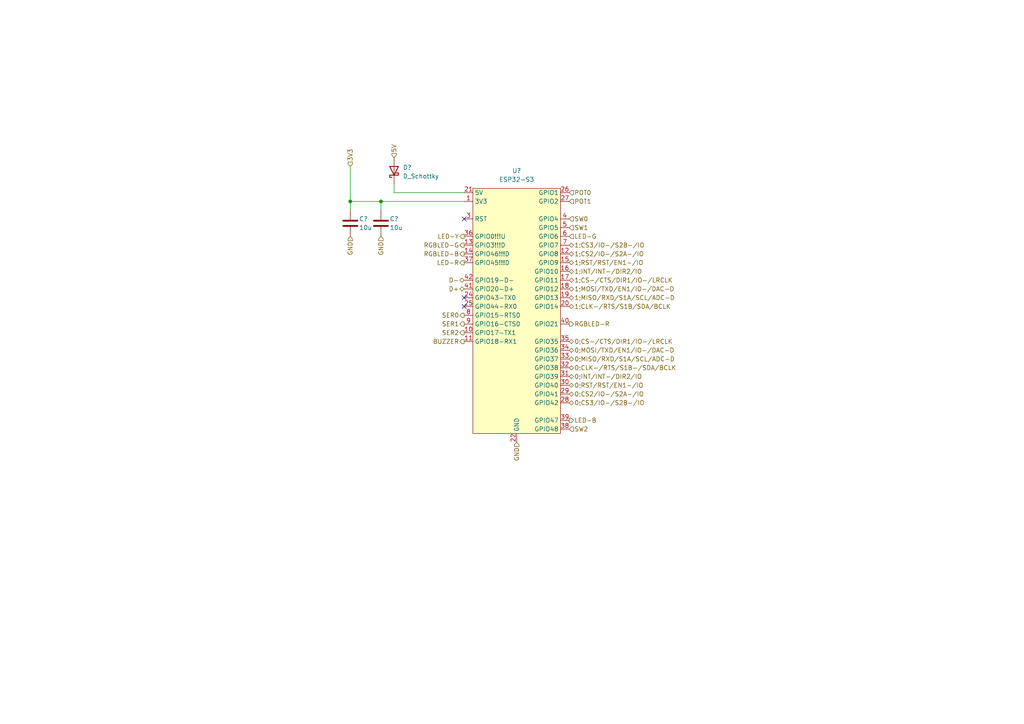
<source format=kicad_sch>
(kicad_sch (version 20211123) (generator eeschema)

  (uuid 2eadb493-0a88-4ebe-af14-0d18337882ba)

  (paper "A4")

  (lib_symbols
    (symbol "Device:C" (pin_numbers hide) (pin_names (offset 0.254)) (in_bom yes) (on_board yes)
      (property "Reference" "C" (id 0) (at 0.635 2.54 0)
        (effects (font (size 1.27 1.27)) (justify left))
      )
      (property "Value" "C" (id 1) (at 0.635 -2.54 0)
        (effects (font (size 1.27 1.27)) (justify left))
      )
      (property "Footprint" "" (id 2) (at 0.9652 -3.81 0)
        (effects (font (size 1.27 1.27)) hide)
      )
      (property "Datasheet" "~" (id 3) (at 0 0 0)
        (effects (font (size 1.27 1.27)) hide)
      )
      (property "ki_keywords" "cap capacitor" (id 4) (at 0 0 0)
        (effects (font (size 1.27 1.27)) hide)
      )
      (property "ki_description" "Unpolarized capacitor" (id 5) (at 0 0 0)
        (effects (font (size 1.27 1.27)) hide)
      )
      (property "ki_fp_filters" "C_*" (id 6) (at 0 0 0)
        (effects (font (size 1.27 1.27)) hide)
      )
      (symbol "C_0_1"
        (polyline
          (pts
            (xy -2.032 -0.762)
            (xy 2.032 -0.762)
          )
          (stroke (width 0.508) (type default) (color 0 0 0 0))
          (fill (type none))
        )
        (polyline
          (pts
            (xy -2.032 0.762)
            (xy 2.032 0.762)
          )
          (stroke (width 0.508) (type default) (color 0 0 0 0))
          (fill (type none))
        )
      )
      (symbol "C_1_1"
        (pin passive line (at 0 3.81 270) (length 2.794)
          (name "~" (effects (font (size 1.27 1.27))))
          (number "1" (effects (font (size 1.27 1.27))))
        )
        (pin passive line (at 0 -3.81 90) (length 2.794)
          (name "~" (effects (font (size 1.27 1.27))))
          (number "2" (effects (font (size 1.27 1.27))))
        )
      )
    )
    (symbol "Device:D_Schottky" (pin_numbers hide) (pin_names (offset 1.016) hide) (in_bom yes) (on_board yes)
      (property "Reference" "D" (id 0) (at 0 2.54 0)
        (effects (font (size 1.27 1.27)))
      )
      (property "Value" "D_Schottky" (id 1) (at 0 -2.54 0)
        (effects (font (size 1.27 1.27)))
      )
      (property "Footprint" "" (id 2) (at 0 0 0)
        (effects (font (size 1.27 1.27)) hide)
      )
      (property "Datasheet" "~" (id 3) (at 0 0 0)
        (effects (font (size 1.27 1.27)) hide)
      )
      (property "ki_keywords" "diode Schottky" (id 4) (at 0 0 0)
        (effects (font (size 1.27 1.27)) hide)
      )
      (property "ki_description" "Schottky diode" (id 5) (at 0 0 0)
        (effects (font (size 1.27 1.27)) hide)
      )
      (property "ki_fp_filters" "TO-???* *_Diode_* *SingleDiode* D_*" (id 6) (at 0 0 0)
        (effects (font (size 1.27 1.27)) hide)
      )
      (symbol "D_Schottky_0_1"
        (polyline
          (pts
            (xy 1.27 0)
            (xy -1.27 0)
          )
          (stroke (width 0) (type default) (color 0 0 0 0))
          (fill (type none))
        )
        (polyline
          (pts
            (xy 1.27 1.27)
            (xy 1.27 -1.27)
            (xy -1.27 0)
            (xy 1.27 1.27)
          )
          (stroke (width 0.254) (type default) (color 0 0 0 0))
          (fill (type none))
        )
        (polyline
          (pts
            (xy -1.905 0.635)
            (xy -1.905 1.27)
            (xy -1.27 1.27)
            (xy -1.27 -1.27)
            (xy -0.635 -1.27)
            (xy -0.635 -0.635)
          )
          (stroke (width 0.254) (type default) (color 0 0 0 0))
          (fill (type none))
        )
      )
      (symbol "D_Schottky_1_1"
        (pin passive line (at -3.81 0 0) (length 2.54)
          (name "K" (effects (font (size 1.27 1.27))))
          (number "1" (effects (font (size 1.27 1.27))))
        )
        (pin passive line (at 3.81 0 180) (length 2.54)
          (name "A" (effects (font (size 1.27 1.27))))
          (number "2" (effects (font (size 1.27 1.27))))
        )
      )
    )
    (symbol "Robotarna_KiCad_Library:ESP32-S3" (in_bom yes) (on_board yes)
      (property "Reference" "U" (id 0) (at 0 5.08 0)
        (effects (font (size 1.27 1.27)))
      )
      (property "Value" "ESP32-S3" (id 1) (at 0 2.54 0)
        (effects (font (size 1.27 1.27)))
      )
      (property "Footprint" "Robotarna_KiCad_Library:ESP32-devkit_v1" (id 2) (at 0 10.16 0)
        (effects (font (size 1.27 1.27)) hide)
      )
      (property "Datasheet" "https://media.digikey.com/pdf/Data%20Sheets/~No%20Display/Espressif%20PDFs/ESP32-S3-DevKitC-1.pdf" (id 3) (at 0 7.62 0)
        (effects (font (size 1.27 1.27)) hide)
      )
      (symbol "ESP32-S3_0_1"
        (rectangle (start -12.7 1.27) (end 12.7 -69.85)
          (stroke (width 0) (type default) (color 0 0 0 0))
          (fill (type background))
        )
      )
      (symbol "ESP32-S3_1_1"
        (pin power_in line (at -15.24 -2.54 0) (length 2.54)
          (name "3V3" (effects (font (size 1.27 1.27))))
          (number "1" (effects (font (size 1.27 1.27))))
        )
        (pin bidirectional line (at -15.24 -40.64 0) (length 2.54)
          (name "GPIO17-TX1" (effects (font (size 1.27 1.27))))
          (number "10" (effects (font (size 1.27 1.27))))
        )
        (pin bidirectional line (at -15.24 -43.18 0) (length 2.54)
          (name "GPIO18-RX1" (effects (font (size 1.27 1.27))))
          (number "11" (effects (font (size 1.27 1.27))))
        )
        (pin bidirectional line (at 15.24 -17.78 180) (length 2.54)
          (name "GPIO8" (effects (font (size 1.27 1.27))))
          (number "12" (effects (font (size 1.27 1.27))))
        )
        (pin bidirectional line (at -15.24 -15.24 0) (length 2.54)
          (name "GPIO3!!!D" (effects (font (size 1.27 1.27))))
          (number "13" (effects (font (size 1.27 1.27))))
        )
        (pin bidirectional line (at -15.24 -17.78 0) (length 2.54)
          (name "GPIO46!!!D" (effects (font (size 1.27 1.27))))
          (number "14" (effects (font (size 1.27 1.27))))
        )
        (pin bidirectional line (at 15.24 -20.32 180) (length 2.54)
          (name "GPIO9" (effects (font (size 1.27 1.27))))
          (number "15" (effects (font (size 1.27 1.27))))
        )
        (pin bidirectional line (at 15.24 -22.86 180) (length 2.54)
          (name "GPIO10" (effects (font (size 1.27 1.27))))
          (number "16" (effects (font (size 1.27 1.27))))
        )
        (pin bidirectional line (at 15.24 -25.4 180) (length 2.54)
          (name "GPIO11" (effects (font (size 1.27 1.27))))
          (number "17" (effects (font (size 1.27 1.27))))
        )
        (pin bidirectional line (at 15.24 -27.94 180) (length 2.54)
          (name "GPIO12" (effects (font (size 1.27 1.27))))
          (number "18" (effects (font (size 1.27 1.27))))
        )
        (pin bidirectional line (at 15.24 -30.48 180) (length 2.54)
          (name "GPIO13" (effects (font (size 1.27 1.27))))
          (number "19" (effects (font (size 1.27 1.27))))
        )
        (pin bidirectional line (at 15.24 -33.02 180) (length 2.54)
          (name "GPIO14" (effects (font (size 1.27 1.27))))
          (number "20" (effects (font (size 1.27 1.27))))
        )
        (pin power_in line (at -15.24 0 0) (length 2.54)
          (name "5V" (effects (font (size 1.27 1.27))))
          (number "21" (effects (font (size 1.27 1.27))))
        )
        (pin bidirectional line (at 0 -72.39 90) (length 2.54)
          (name "GND" (effects (font (size 1.27 1.27))))
          (number "22" (effects (font (size 1.27 1.27))))
        )
        (pin bidirectional line (at -15.24 -30.48 0) (length 2.54)
          (name "GPIO43-TX0" (effects (font (size 1.27 1.27))))
          (number "24" (effects (font (size 1.27 1.27))))
        )
        (pin bidirectional line (at -15.24 -33.02 0) (length 2.54)
          (name "GPIO44-RX0" (effects (font (size 1.27 1.27))))
          (number "25" (effects (font (size 1.27 1.27))))
        )
        (pin bidirectional line (at 15.24 0 180) (length 2.54)
          (name "GPIO1" (effects (font (size 1.27 1.27))))
          (number "26" (effects (font (size 1.27 1.27))))
        )
        (pin bidirectional line (at 15.24 -2.54 180) (length 2.54)
          (name "GPIO2" (effects (font (size 1.27 1.27))))
          (number "27" (effects (font (size 1.27 1.27))))
        )
        (pin bidirectional line (at 15.24 -60.96 180) (length 2.54)
          (name "GPIO42" (effects (font (size 1.27 1.27))))
          (number "28" (effects (font (size 1.27 1.27))))
        )
        (pin bidirectional line (at 15.24 -58.42 180) (length 2.54)
          (name "GPIO41" (effects (font (size 1.27 1.27))))
          (number "29" (effects (font (size 1.27 1.27))))
        )
        (pin input line (at -15.24 -7.62 0) (length 2.54)
          (name "RST" (effects (font (size 1.27 1.27))))
          (number "3" (effects (font (size 1.27 1.27))))
        )
        (pin bidirectional line (at 15.24 -55.88 180) (length 2.54)
          (name "GPIO40" (effects (font (size 1.27 1.27))))
          (number "30" (effects (font (size 1.27 1.27))))
        )
        (pin bidirectional line (at 15.24 -53.34 180) (length 2.54)
          (name "GPIO39" (effects (font (size 1.27 1.27))))
          (number "31" (effects (font (size 1.27 1.27))))
        )
        (pin bidirectional line (at 15.24 -50.8 180) (length 2.54)
          (name "GPIO38" (effects (font (size 1.27 1.27))))
          (number "32" (effects (font (size 1.27 1.27))))
        )
        (pin bidirectional line (at 15.24 -48.26 180) (length 2.54)
          (name "GPIO37" (effects (font (size 1.27 1.27))))
          (number "33" (effects (font (size 1.27 1.27))))
        )
        (pin bidirectional line (at 15.24 -45.72 180) (length 2.54)
          (name "GPIO36" (effects (font (size 1.27 1.27))))
          (number "34" (effects (font (size 1.27 1.27))))
        )
        (pin bidirectional line (at 15.24 -43.18 180) (length 2.54)
          (name "GPIO35" (effects (font (size 1.27 1.27))))
          (number "35" (effects (font (size 1.27 1.27))))
        )
        (pin bidirectional line (at -15.24 -12.7 0) (length 2.54)
          (name "GPIO0!!!U" (effects (font (size 1.27 1.27))))
          (number "36" (effects (font (size 1.27 1.27))))
        )
        (pin bidirectional line (at -15.24 -20.32 0) (length 2.54)
          (name "GPIO45!!!D" (effects (font (size 1.27 1.27))))
          (number "37" (effects (font (size 1.27 1.27))))
        )
        (pin bidirectional line (at 15.24 -68.58 180) (length 2.54)
          (name "GPIO48" (effects (font (size 1.27 1.27))))
          (number "38" (effects (font (size 1.27 1.27))))
        )
        (pin bidirectional line (at 15.24 -66.04 180) (length 2.54)
          (name "GPIO47" (effects (font (size 1.27 1.27))))
          (number "39" (effects (font (size 1.27 1.27))))
        )
        (pin bidirectional line (at 15.24 -7.62 180) (length 2.54)
          (name "GPIO4" (effects (font (size 1.27 1.27))))
          (number "4" (effects (font (size 1.27 1.27))))
        )
        (pin bidirectional line (at 15.24 -38.1 180) (length 2.54)
          (name "GPIO21" (effects (font (size 1.27 1.27))))
          (number "40" (effects (font (size 1.27 1.27))))
        )
        (pin bidirectional line (at -15.24 -27.94 0) (length 2.54)
          (name "GPIO20-D+" (effects (font (size 1.27 1.27))))
          (number "41" (effects (font (size 1.27 1.27))))
        )
        (pin bidirectional line (at -15.24 -25.4 0) (length 2.54)
          (name "GPIO19-D-" (effects (font (size 1.27 1.27))))
          (number "42" (effects (font (size 1.27 1.27))))
        )
        (pin bidirectional line (at 15.24 -10.16 180) (length 2.54)
          (name "GPIO5" (effects (font (size 1.27 1.27))))
          (number "5" (effects (font (size 1.27 1.27))))
        )
        (pin bidirectional line (at 15.24 -12.7 180) (length 2.54)
          (name "GPIO6" (effects (font (size 1.27 1.27))))
          (number "6" (effects (font (size 1.27 1.27))))
        )
        (pin bidirectional line (at 15.24 -15.24 180) (length 2.54)
          (name "GPIO7" (effects (font (size 1.27 1.27))))
          (number "7" (effects (font (size 1.27 1.27))))
        )
        (pin bidirectional line (at -15.24 -35.56 0) (length 2.54)
          (name "GPIO15-RTS0" (effects (font (size 1.27 1.27))))
          (number "8" (effects (font (size 1.27 1.27))))
        )
        (pin bidirectional line (at -15.24 -38.1 0) (length 2.54)
          (name "GPIO16-CTS0" (effects (font (size 1.27 1.27))))
          (number "9" (effects (font (size 1.27 1.27))))
        )
      )
    )
  )

  (junction (at 101.6 58.42) (diameter 0) (color 0 0 0 0)
    (uuid b5893ecb-74f0-47fc-aecd-28397fe0206e)
  )
  (junction (at 110.49 58.42) (diameter 0) (color 0 0 0 0)
    (uuid f2364a22-2b4c-4517-9f85-95f37153db29)
  )

  (no_connect (at 134.62 63.5) (uuid ae6e2526-8b5a-4594-bdb6-da89834355ac))
  (no_connect (at 134.62 88.9) (uuid e0c98c35-d32b-4a16-9c3b-92affb372738))
  (no_connect (at 134.62 86.36) (uuid ee8ae1ce-04cf-4447-a905-eb011b4e34d4))

  (wire (pts (xy 134.62 55.88) (xy 114.3 55.88))
    (stroke (width 0) (type default) (color 0 0 0 0))
    (uuid 264ec3cf-012c-4f40-a9f6-f976e02668ce)
  )
  (wire (pts (xy 110.49 58.42) (xy 110.49 60.96))
    (stroke (width 0) (type default) (color 0 0 0 0))
    (uuid 3fddbdfb-6a77-4f9e-b2a1-808e91a68e08)
  )
  (wire (pts (xy 101.6 48.26) (xy 101.6 58.42))
    (stroke (width 0) (type default) (color 0 0 0 0))
    (uuid 618a95c2-6f85-421c-9fe4-d0480bd72059)
  )
  (wire (pts (xy 114.3 55.88) (xy 114.3 53.34))
    (stroke (width 0) (type default) (color 0 0 0 0))
    (uuid 777bbd6c-eac7-4028-a4cc-c43cac00ba94)
  )
  (wire (pts (xy 101.6 58.42) (xy 101.6 60.96))
    (stroke (width 0) (type default) (color 0 0 0 0))
    (uuid 9d1e2635-0ca0-4edc-8712-90c30f8f2182)
  )
  (wire (pts (xy 110.49 58.42) (xy 101.6 58.42))
    (stroke (width 0) (type default) (color 0 0 0 0))
    (uuid a96c1e1d-4324-40a6-b4d2-a586cd836412)
  )
  (wire (pts (xy 134.62 58.42) (xy 110.49 58.42))
    (stroke (width 0) (type default) (color 0 0 0 0))
    (uuid df51ec81-6dba-4eac-b1b5-d6013e16e284)
  )

  (hierarchical_label "RGBLED-B" (shape output) (at 134.62 73.66 180)
    (effects (font (size 1.27 1.27)) (justify right))
    (uuid 011a30da-a7c1-4d3c-b396-8c64fdc21ce1)
  )
  (hierarchical_label "0;CS3{slash}IO-{slash}S2B-{slash}IO" (shape bidirectional) (at 165.1 116.84 0)
    (effects (font (size 1.27 1.27)) (justify left))
    (uuid 046f6e7f-98f2-4f39-a855-b9d4e403271c)
  )
  (hierarchical_label "1;CLK-{slash}RTS{slash}S1B{slash}SDA{slash}BCLK" (shape bidirectional) (at 165.1 88.9 0)
    (effects (font (size 1.27 1.27)) (justify left))
    (uuid 0a0cf203-4542-44c4-a34f-42d7b04f472a)
  )
  (hierarchical_label "BUZZER" (shape output) (at 134.62 99.06 180)
    (effects (font (size 1.27 1.27)) (justify right))
    (uuid 0b57b6ba-dca5-4602-bae6-70bb0d9008e0)
  )
  (hierarchical_label "SW2" (shape input) (at 165.1 124.46 0)
    (effects (font (size 1.27 1.27)) (justify left))
    (uuid 0d49a090-f605-4fb3-bac9-48718cd221a1)
  )
  (hierarchical_label "LED-B" (shape output) (at 165.1 121.92 0)
    (effects (font (size 1.27 1.27)) (justify left))
    (uuid 0d559ac0-4537-4147-b85b-2022435c5a62)
  )
  (hierarchical_label "1;RST{slash}RST{slash}EN1-{slash}IO" (shape bidirectional) (at 165.1 76.2 0)
    (effects (font (size 1.27 1.27)) (justify left))
    (uuid 135dac84-eaeb-4e9d-ade5-5cf17d290af1)
  )
  (hierarchical_label "LED-R" (shape output) (at 134.62 76.2 180)
    (effects (font (size 1.27 1.27)) (justify right))
    (uuid 14eb43b4-c9f5-4a18-905b-1379eb46c8fc)
  )
  (hierarchical_label "0;CS-{slash}CTS{slash}DIR1{slash}IO-{slash}LRCLK" (shape bidirectional) (at 165.1 99.06 0)
    (effects (font (size 1.27 1.27)) (justify left))
    (uuid 20b09801-d6cc-45a2-a201-55568f7f9581)
  )
  (hierarchical_label "RGBLED-R" (shape output) (at 165.1 93.98 0)
    (effects (font (size 1.27 1.27)) (justify left))
    (uuid 2258047e-b66f-4e05-b81e-2429db453a54)
  )
  (hierarchical_label "RGBLED-G" (shape output) (at 134.62 71.12 180)
    (effects (font (size 1.27 1.27)) (justify right))
    (uuid 27348f2c-3b21-4319-ac44-5a20a6ce8916)
  )
  (hierarchical_label "0;RST{slash}RST{slash}EN1-{slash}IO" (shape bidirectional) (at 165.1 111.76 0)
    (effects (font (size 1.27 1.27)) (justify left))
    (uuid 2862cd8d-64d0-4e56-badb-1898f59d9dcb)
  )
  (hierarchical_label "3V3" (shape input) (at 101.6 48.26 90)
    (effects (font (size 1.27 1.27)) (justify left))
    (uuid 2a90fa6a-8dc1-4357-85be-075a2eef6565)
  )
  (hierarchical_label "D+" (shape bidirectional) (at 134.62 83.82 180)
    (effects (font (size 1.27 1.27)) (justify right))
    (uuid 2fd23ced-656a-406d-b7eb-46c64566e7ed)
  )
  (hierarchical_label "D-" (shape bidirectional) (at 134.62 81.28 180)
    (effects (font (size 1.27 1.27)) (justify right))
    (uuid 35466747-40d5-46cc-98d0-8790702e02fe)
  )
  (hierarchical_label "GND" (shape input) (at 110.49 68.58 270)
    (effects (font (size 1.27 1.27)) (justify right))
    (uuid 40268ccd-9527-4912-9a05-b83b1797c106)
  )
  (hierarchical_label "1;INT{slash}INT-{slash}DIR2{slash}IO" (shape bidirectional) (at 165.1 78.74 0)
    (effects (font (size 1.27 1.27)) (justify left))
    (uuid 461bd7de-751d-422f-b87d-3a3fb255d6cb)
  )
  (hierarchical_label "1;CS-{slash}CTS{slash}DIR1{slash}IO-{slash}LRCLK" (shape bidirectional) (at 165.1 81.28 0)
    (effects (font (size 1.27 1.27)) (justify left))
    (uuid 4f5bc5f6-fe9d-40e8-bd77-8efd83576222)
  )
  (hierarchical_label "5V" (shape input) (at 114.3 45.72 90)
    (effects (font (size 1.27 1.27)) (justify left))
    (uuid 57014ca1-27fd-4ceb-8784-a4f967696a81)
  )
  (hierarchical_label "LED-Y" (shape output) (at 134.62 68.58 180)
    (effects (font (size 1.27 1.27)) (justify right))
    (uuid 5ffcb9b8-7f17-43eb-9b1b-f70ef7f59ec2)
  )
  (hierarchical_label "SW0" (shape input) (at 165.1 63.5 0)
    (effects (font (size 1.27 1.27)) (justify left))
    (uuid 6cb3ab8a-b9f1-4245-ae86-8ee43e51adc5)
  )
  (hierarchical_label "0;CLK-{slash}RTS{slash}S1B-{slash}SDA{slash}BCLK" (shape bidirectional) (at 165.1 106.68 0)
    (effects (font (size 1.27 1.27)) (justify left))
    (uuid 7934ced5-2d5f-4d71-84aa-bab2a01c8a11)
  )
  (hierarchical_label "1;CS2{slash}IO-{slash}S2A-{slash}IO" (shape bidirectional) (at 165.1 73.66 0)
    (effects (font (size 1.27 1.27)) (justify left))
    (uuid 842ef93e-a345-44db-9efe-f44c0907314b)
  )
  (hierarchical_label "0;MISO{slash}RXD{slash}S1A{slash}SCL{slash}ADC-D" (shape bidirectional) (at 165.1 104.14 0)
    (effects (font (size 1.27 1.27)) (justify left))
    (uuid 98b9b5a9-aa5f-4bcb-bfb6-f303239603f4)
  )
  (hierarchical_label "SW1" (shape input) (at 165.1 66.04 0)
    (effects (font (size 1.27 1.27)) (justify left))
    (uuid 9d2bd321-ad31-41f3-9679-e808b5ae306c)
  )
  (hierarchical_label "SER2" (shape output) (at 134.62 96.52 180)
    (effects (font (size 1.27 1.27)) (justify right))
    (uuid 9ed6d1c6-6258-4e5b-9d0b-d1f448304e89)
  )
  (hierarchical_label "SER0" (shape output) (at 134.62 91.44 180)
    (effects (font (size 1.27 1.27)) (justify right))
    (uuid a39e08ca-10e2-4fe8-a8b1-c6f259874be8)
  )
  (hierarchical_label "1;CS3{slash}IO-{slash}S2B-{slash}IO" (shape bidirectional) (at 165.1 71.12 0)
    (effects (font (size 1.27 1.27)) (justify left))
    (uuid b16fb15d-9ab7-4951-90a3-3de2597644b0)
  )
  (hierarchical_label "0;CS2{slash}IO-{slash}S2A-{slash}IO" (shape bidirectional) (at 165.1 114.3 0)
    (effects (font (size 1.27 1.27)) (justify left))
    (uuid b5e1b18e-9d0d-4461-ab0a-b3dab5eaf13a)
  )
  (hierarchical_label "GND" (shape input) (at 101.6 68.58 270)
    (effects (font (size 1.27 1.27)) (justify right))
    (uuid bd56ec59-076a-43f6-95fe-c4e61485da89)
  )
  (hierarchical_label "LED-G" (shape input) (at 165.1 68.58 0)
    (effects (font (size 1.27 1.27)) (justify left))
    (uuid c6369e04-596b-40e9-ae10-f898ae8195ba)
  )
  (hierarchical_label "1;MISO{slash}RXD{slash}S1A{slash}SCL{slash}ADC-D" (shape bidirectional) (at 165.1 86.36 0)
    (effects (font (size 1.27 1.27)) (justify left))
    (uuid c7d420d6-6615-4861-a805-adbee32e282d)
  )
  (hierarchical_label "1;MOSI{slash}TXD{slash}EN1{slash}IO-{slash}DAC-D" (shape bidirectional) (at 165.1 83.82 0)
    (effects (font (size 1.27 1.27)) (justify left))
    (uuid dd1e6d9f-1303-4aad-b295-0aa34adeec31)
  )
  (hierarchical_label "0;INT{slash}INT-{slash}DIR2{slash}IO" (shape bidirectional) (at 165.1 109.22 0)
    (effects (font (size 1.27 1.27)) (justify left))
    (uuid eaefaddb-ff91-477b-bcff-62df3a20d70d)
  )
  (hierarchical_label "POT0" (shape input) (at 165.1 55.88 0)
    (effects (font (size 1.27 1.27)) (justify left))
    (uuid eb154483-8c4c-4be6-a70b-c154e0a2e1f4)
  )
  (hierarchical_label "GND" (shape input) (at 149.86 128.27 270)
    (effects (font (size 1.27 1.27)) (justify right))
    (uuid ec06ea99-3872-498a-837c-55a1e4cec969)
  )
  (hierarchical_label "POT1" (shape input) (at 165.1 58.42 0)
    (effects (font (size 1.27 1.27)) (justify left))
    (uuid f187ed79-ec3b-4c8d-b421-6597092644e8)
  )
  (hierarchical_label "0;MOSI{slash}TXD{slash}EN1{slash}IO-{slash}DAC-D" (shape bidirectional) (at 165.1 101.6 0)
    (effects (font (size 1.27 1.27)) (justify left))
    (uuid f9ae9ff4-139f-42d2-a2d2-8b7e090e6b99)
  )
  (hierarchical_label "SER1" (shape output) (at 134.62 93.98 180)
    (effects (font (size 1.27 1.27)) (justify right))
    (uuid fb67f158-fcfb-4661-8f30-0a451aad3969)
  )

  (symbol (lib_id "Device:D_Schottky") (at 114.3 49.53 90) (unit 1)
    (in_bom yes) (on_board yes) (fields_autoplaced)
    (uuid 9ab546ec-a9a2-4f67-88f9-153431d71b6f)
    (property "Reference" "D?" (id 0) (at 116.84 48.5774 90)
      (effects (font (size 1.27 1.27)) (justify right))
    )
    (property "Value" "D_Schottky" (id 1) (at 116.84 51.1174 90)
      (effects (font (size 1.27 1.27)) (justify right))
    )
    (property "Footprint" "" (id 2) (at 114.3 49.53 0)
      (effects (font (size 1.27 1.27)) hide)
    )
    (property "Datasheet" "~" (id 3) (at 114.3 49.53 0)
      (effects (font (size 1.27 1.27)) hide)
    )
    (property "LCSC" "C22452" (id 4) (at 114.3 49.53 90)
      (effects (font (size 1.27 1.27)) hide)
    )
    (pin "1" (uuid 268c20ca-6869-4472-9bd0-85928ad86cca))
    (pin "2" (uuid 68723e82-fb0f-4705-be32-294fb93a3bd3))
  )

  (symbol (lib_id "Device:C") (at 101.6 64.77 0) (unit 1)
    (in_bom yes) (on_board yes)
    (uuid a628ddc9-3586-43c1-9b83-e42c014ac267)
    (property "Reference" "C?" (id 0) (at 104.14 63.5 0)
      (effects (font (size 1.27 1.27)) (justify left))
    )
    (property "Value" "10u" (id 1) (at 104.14 66.04 0)
      (effects (font (size 1.27 1.27)) (justify left))
    )
    (property "Footprint" "Capacitor_SMD:C_0603_1608Metric" (id 2) (at 102.5652 68.58 0)
      (effects (font (size 1.27 1.27)) hide)
    )
    (property "Datasheet" "~" (id 3) (at 101.6 64.77 0)
      (effects (font (size 1.27 1.27)) hide)
    )
    (property "LCSC" "C96446" (id 4) (at 101.6 64.77 0)
      (effects (font (size 1.27 1.27)) hide)
    )
    (pin "1" (uuid 026b2393-1cc4-4995-a2a3-3e1e97340ccc))
    (pin "2" (uuid 62e04ef5-90ee-4a60-bfa7-4e49215b6d0e))
  )

  (symbol (lib_id "Robotarna_KiCad_Library:ESP32-S3") (at 149.86 55.88 0) (unit 1)
    (in_bom yes) (on_board yes) (fields_autoplaced)
    (uuid bf5d82d4-e616-4f5f-8b7e-c9e91e729b92)
    (property "Reference" "U?" (id 0) (at 149.86 49.53 0))
    (property "Value" "ESP32-S3" (id 1) (at 149.86 52.07 0))
    (property "Footprint" "Robotarna_KiCad_Library:ESP32-devkit_v1" (id 2) (at 149.86 45.72 0)
      (effects (font (size 1.27 1.27)) hide)
    )
    (property "Datasheet" "https://media.digikey.com/pdf/Data%20Sheets/~No%20Display/Espressif%20PDFs/ESP32-S3-DevKitC-1.pdf" (id 3) (at 149.86 48.26 0)
      (effects (font (size 1.27 1.27)) hide)
    )
    (pin "1" (uuid 5eb575b3-0091-4b85-86cd-5a17c94a0fc6))
    (pin "10" (uuid 70185320-92eb-4090-8f33-d2c5d6cab28e))
    (pin "11" (uuid af6ff75e-7842-49b0-ab18-8d0ab1ac51b9))
    (pin "12" (uuid fceb3804-d6a2-4be3-beaa-dc51be37e976))
    (pin "13" (uuid 08f6565d-6c18-46a0-84da-7e769a0b3db3))
    (pin "14" (uuid f7003617-1793-4a5c-aca4-694d47abcab8))
    (pin "15" (uuid 2946cdde-e22a-4308-ad2e-3fb0cd88c8c2))
    (pin "16" (uuid 0de9a20e-78f2-4b20-8457-87ad6b895571))
    (pin "17" (uuid 09162cf7-ab25-46ab-b4f8-cefff6327357))
    (pin "18" (uuid b367ea15-3f7a-4753-ba36-c1d0697f9e91))
    (pin "19" (uuid 352a3bdc-4593-4424-b347-1aeb4753fbdc))
    (pin "20" (uuid b891cede-5a36-43a2-9724-a60ca3e4aef3))
    (pin "21" (uuid 2b716098-a9d1-49dd-9c45-fcf87358292f))
    (pin "22" (uuid de5697e1-5e8f-4f07-9187-3d905bd181ba))
    (pin "24" (uuid fad2a613-8964-479c-92a8-366260b0d593))
    (pin "25" (uuid 2593112c-f60c-4321-9289-526598c699d7))
    (pin "26" (uuid fdfe3356-097e-43de-acbc-3d8e7d92c443))
    (pin "27" (uuid 52c1dd5f-3d8b-4fbd-94ad-c08aafc30b21))
    (pin "28" (uuid 3efdaca3-8f03-4cbe-8f06-3d2b44995f35))
    (pin "29" (uuid f030606d-4ff4-4c0d-bb44-ccc0e6bf0d05))
    (pin "3" (uuid c3fa72ad-8cd1-4066-b519-3146705c6a23))
    (pin "30" (uuid 6a7b5dda-9575-4cc5-9395-96e17290c549))
    (pin "31" (uuid 998916a0-d0cb-4e73-9c18-713bfbe19dcb))
    (pin "32" (uuid eceebc6e-179c-480c-9365-0a88feb93689))
    (pin "33" (uuid 3302a3e9-5e8c-4898-81e8-6239f1ca5a09))
    (pin "34" (uuid 02112167-f2ef-4dd4-8e69-339b7380725d))
    (pin "35" (uuid 51ec57b8-1d96-46f9-9067-d1c02c8ab89c))
    (pin "36" (uuid 2604cd33-7569-4ef1-b942-b4735ee28675))
    (pin "37" (uuid 922acde3-584e-4fd1-9ec7-5073c77e5733))
    (pin "38" (uuid ce2d54bb-f7cb-44cc-a456-782721322ddc))
    (pin "39" (uuid 8d66ff49-092b-46e4-8e12-163a7cfc4952))
    (pin "4" (uuid e94223f7-0c29-407a-9a32-279786458b65))
    (pin "40" (uuid b092eb22-1954-42fc-93b7-a654eb2cc5d8))
    (pin "41" (uuid c3a715b3-629e-446e-a921-0d17bd1aad80))
    (pin "42" (uuid e4596ec6-0e06-41b5-a52b-5818632c8b22))
    (pin "5" (uuid aaebfdae-574a-4ce9-9c9d-262444bd581b))
    (pin "6" (uuid a2bcf89a-9fe6-4354-b5f0-e494214d2046))
    (pin "7" (uuid 2098118d-6d00-4212-915d-35f4119c3076))
    (pin "8" (uuid 78df6143-1eff-44b6-9de4-924390dc992e))
    (pin "9" (uuid 947cc09e-3728-4f45-8a8b-5fd0708d8608))
  )

  (symbol (lib_id "Device:C") (at 110.49 64.77 0) (unit 1)
    (in_bom yes) (on_board yes)
    (uuid c2fa7ed5-c0af-4e3a-9c30-a48e56aab1a5)
    (property "Reference" "C?" (id 0) (at 113.03 63.5 0)
      (effects (font (size 1.27 1.27)) (justify left))
    )
    (property "Value" "10u" (id 1) (at 113.03 66.04 0)
      (effects (font (size 1.27 1.27)) (justify left))
    )
    (property "Footprint" "Capacitor_SMD:C_0603_1608Metric" (id 2) (at 111.4552 68.58 0)
      (effects (font (size 1.27 1.27)) hide)
    )
    (property "Datasheet" "~" (id 3) (at 110.49 64.77 0)
      (effects (font (size 1.27 1.27)) hide)
    )
    (property "LCSC" "C96446" (id 4) (at 110.49 64.77 0)
      (effects (font (size 1.27 1.27)) hide)
    )
    (pin "1" (uuid b5dcadec-6aa2-4c7b-a235-00d742baf1e1))
    (pin "2" (uuid 1babb927-5e6e-47e5-b77b-f5d54efe30a5))
  )
)

</source>
